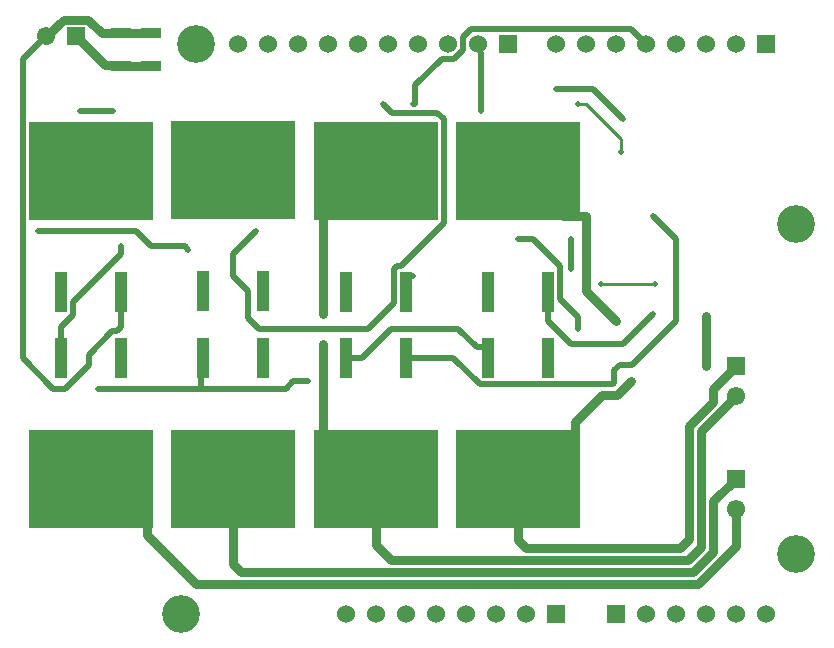
<source format=gbr>
%TF.GenerationSoftware,Altium Limited,Altium Designer,19.1.8 (144)*%
G04 Layer_Physical_Order=1*
G04 Layer_Color=255*
%FSLAX26Y26*%
%MOIN*%
%TF.FileFunction,Copper,L1,Top,Signal*%
%TF.Part,Single*%
G01*
G75*
%TA.AperFunction,SMDPad,CuDef*%
%ADD10R,0.066929X0.037402*%
%ADD11R,0.040000X0.137953*%
%ADD12R,0.412992X0.329921*%
%TA.AperFunction,Conductor*%
%ADD13C,0.020000*%
%ADD14C,0.030000*%
%ADD15C,0.010000*%
%ADD16C,0.050000*%
%TA.AperFunction,ComponentPad*%
%ADD17C,0.061024*%
%ADD18R,0.061024X0.061024*%
%ADD19R,0.061024X0.061024*%
%ADD20C,0.060000*%
%ADD21R,0.060000X0.060000*%
%TA.AperFunction,ViaPad*%
%ADD22C,0.125984*%
%ADD23C,0.020000*%
D10*
X450000Y2035236D02*
D03*
Y1925000D02*
D03*
X350000Y2035236D02*
D03*
Y1925000D02*
D03*
D11*
X1775000Y953543D02*
D03*
X1575000D02*
D03*
Y1171457D02*
D03*
X1775000D02*
D03*
X1300000Y953543D02*
D03*
X1100000D02*
D03*
Y1171457D02*
D03*
X1300000D02*
D03*
X825000Y953543D02*
D03*
X625000D02*
D03*
Y1175000D02*
D03*
X825000D02*
D03*
X350000Y953543D02*
D03*
X150000D02*
D03*
Y1171457D02*
D03*
X350000D02*
D03*
D12*
X1675000Y550000D02*
D03*
Y1575000D02*
D03*
X1200000Y550000D02*
D03*
Y1575000D02*
D03*
X725000Y550000D02*
D03*
Y1578543D02*
D03*
X250000Y550000D02*
D03*
Y1575000D02*
D03*
D13*
X1100000Y953543D02*
X1153543D01*
X618570Y850000D02*
X900000D01*
X925000Y875000D01*
X618570Y850000D02*
Y947114D01*
X375000Y850000D02*
X618570D01*
X925000Y875000D02*
X975000D01*
X325000Y850000D02*
X375000D01*
X275000D02*
X325000D01*
X618570Y947114D02*
X625000Y953543D01*
X150000Y1000000D02*
Y1054196D01*
X1475000Y1050000D02*
X1536716Y988284D01*
X1250000Y1050000D02*
X1475000D01*
X1153543Y953543D02*
X1250000Y1050000D01*
X1536716Y988284D02*
X1565000D01*
X1575000Y978284D01*
Y953543D02*
Y978284D01*
X2025000Y1000000D02*
X2125000Y1100000D01*
X1850000Y1000000D02*
X2025000D01*
X1775000Y1075000D02*
X1850000Y1000000D01*
X1775000Y1075000D02*
Y1150000D01*
X2200000Y1075000D02*
Y1350000D01*
X2055000Y930000D02*
X2200000Y1075000D01*
X2125000Y1425000D02*
X2200000Y1350000D01*
X1260000Y1135000D02*
Y1248717D01*
X1175000Y1050000D02*
X1260000Y1135000D01*
X811716Y1050000D02*
X1175000D01*
X775000Y1086716D02*
X811716Y1050000D01*
X563284Y1325000D02*
X575000Y1313284D01*
X450000Y1325000D02*
X563284D01*
X400000Y1375000D02*
X450000Y1325000D01*
X75000Y1375000D02*
X400000D01*
X23504Y1948504D02*
X100000Y2025000D01*
X23504Y951496D02*
Y1948504D01*
X338284Y1042520D02*
X350000Y1054236D01*
X321716Y1042520D02*
X338284D01*
X350000Y1054236D02*
Y1171457D01*
X242717Y963520D02*
X321716Y1042520D01*
X242717Y928999D02*
Y963520D01*
X163717Y850000D02*
X242717Y928999D01*
X125000Y850000D02*
X163717D01*
X23504Y951496D02*
X125000Y850000D01*
X1815000Y1150000D02*
Y1260000D01*
X1725000Y1350000D02*
X1815000Y1260000D01*
X1675000Y1350000D02*
X1725000D01*
X1875000Y1050000D02*
Y1090000D01*
X1815000Y1150000D02*
X1875000Y1090000D01*
X725000Y1300000D02*
X800000Y1375000D01*
X725000Y1225000D02*
Y1300000D01*
Y1225000D02*
X775000Y1175000D01*
Y1086716D02*
Y1175000D01*
X1260000Y1248717D02*
X1271716Y1260433D01*
X1285433D01*
X1426496Y1401496D01*
Y1748245D01*
X1404741Y1770000D02*
X1426496Y1748245D01*
X1255000Y1770000D02*
X1404741D01*
X1225000Y1800000D02*
X1255000Y1770000D01*
X1420276Y1950000D02*
X1460711D01*
X1332087Y1861811D02*
X1420276Y1950000D01*
X1490000Y2022145D02*
X1517855Y2050000D01*
X2050000D01*
X2100000Y2000000D01*
X1490000Y1979289D02*
Y2022145D01*
X1460711Y1950000D02*
X1490000Y1979289D01*
X1332087Y1800000D02*
Y1861811D01*
X1995000Y870000D02*
Y912426D01*
X1989567Y864567D02*
X1995000Y870000D01*
X2012574Y930000D02*
X2055000D01*
X1995000Y912426D02*
X2012574Y930000D01*
X1546716Y864567D02*
X1989567D01*
X1457739Y953543D02*
X1546716Y864567D01*
X1300000Y953543D02*
X1457739D01*
X1578543Y1171457D02*
X1581457D01*
X1575000D02*
X1578543D01*
X350000Y1300000D02*
Y1325000D01*
X190000Y1140000D02*
X350000Y1300000D01*
X190000Y1094196D02*
Y1140000D01*
X150000Y1054196D02*
X190000Y1094196D01*
X1550000Y1775000D02*
Y1968284D01*
X1547654Y1970631D02*
X1550000Y1968284D01*
X1547654Y1970631D02*
Y1992346D01*
X1540000Y2000000D02*
X1547654Y1992346D01*
X1850000Y1250000D02*
Y1350000D01*
X1925000Y1850000D02*
X2025000Y1750000D01*
X1800000Y1850000D02*
X1925000D01*
X1581457Y1171457D02*
X1585000Y1175000D01*
X324016Y1774016D02*
X325000Y1775000D01*
X212599Y1774016D02*
X324016D01*
D14*
X2300000Y925000D02*
Y1092913D01*
X1899961Y1425039D02*
X1900000Y1425000D01*
X1824961Y1425039D02*
X1899961D01*
X1675000Y1575000D02*
X1824961Y1425039D01*
X1900000Y1175000D02*
Y1425000D01*
Y1175000D02*
X2000000Y1075000D01*
X2004064Y829567D02*
X2049497Y875000D01*
X1954567Y829567D02*
X2004064D01*
X1862548Y737548D02*
X1954567Y829567D01*
X1862548Y699961D02*
Y737548D01*
X1712588Y550000D02*
X1862548Y699961D01*
X1675000Y550000D02*
X1712588D01*
X1025000Y1100000D02*
Y1175000D01*
X102109Y2022891D02*
X144488Y2065270D01*
X1025000Y1475000D02*
Y1525000D01*
Y1425000D02*
Y1475000D01*
Y1175000D02*
Y1425000D01*
Y700000D02*
Y1000000D01*
Y650000D02*
Y700000D01*
Y600000D02*
Y650000D01*
X2325000Y806568D02*
Y850000D01*
X2400000Y925000D01*
X2245000Y726568D02*
X2325000Y806568D01*
X2245000Y350000D02*
Y726568D01*
X2215000Y320000D02*
X2245000Y350000D01*
X1700000Y320000D02*
X2215000D01*
X1675000Y345000D02*
X1700000Y320000D01*
X1675000Y345000D02*
Y550000D01*
X2285000Y323137D02*
Y710000D01*
X2400000Y825000D01*
X2241863Y280000D02*
X2285000Y323137D01*
X1250000Y280000D02*
X2241863D01*
X1200000Y330000D02*
X1250000Y280000D01*
X1200000Y330000D02*
Y550000D01*
X2325000Y306568D02*
Y475000D01*
X2400000Y550000D01*
X2258432Y240000D02*
X2325000Y306568D01*
X750000Y240000D02*
X2258432D01*
X725000Y265000D02*
X750000Y240000D01*
X725000Y265000D02*
Y550000D01*
X2275000Y200000D02*
X2400000Y325000D01*
X600000Y200000D02*
X2275000D01*
X437548Y362452D02*
X600000Y200000D01*
X2400000Y325000D02*
Y450000D01*
X437548Y362452D02*
Y400039D01*
X287587Y550000D02*
X437548Y400039D01*
X250000Y550000D02*
X287587D01*
X159133Y2080512D02*
X240867D01*
X144488Y2065867D02*
X159133Y2080512D01*
X144488Y2065270D02*
Y2065867D01*
X240867Y2080512D02*
X286143Y2035236D01*
X350000D01*
X450000D01*
X297098Y1927902D02*
X347098D01*
X350000Y1925000D01*
X200000Y2025000D02*
X297098Y1927902D01*
X350000Y1925000D02*
X450000D01*
D15*
X2131971Y1198032D02*
X2132087Y1197916D01*
X1950000Y1198032D02*
X2131971D01*
X2017913Y1639583D02*
Y1682087D01*
X1875000Y1800000D02*
X1900000D01*
X2017913Y1682087D01*
D16*
X100000Y2025000D02*
X102109Y2022891D01*
D17*
X100000Y2025000D02*
D03*
X2400000Y825000D02*
D03*
Y450000D02*
D03*
D18*
X200000Y2025000D02*
D03*
D19*
X2400000Y925000D02*
D03*
Y550000D02*
D03*
D20*
X1600000Y100000D02*
D03*
X1700000D02*
D03*
X1100000D02*
D03*
X1200000D02*
D03*
X1300000D02*
D03*
X1400000D02*
D03*
X1500000D02*
D03*
X2300000Y2000000D02*
D03*
X2400000D02*
D03*
X1800000D02*
D03*
X1900000D02*
D03*
X2000000D02*
D03*
X2100000D02*
D03*
X2200000D02*
D03*
X740000D02*
D03*
X840000D02*
D03*
X940000D02*
D03*
X1040000D02*
D03*
X1140000D02*
D03*
X1240000D02*
D03*
X1340000D02*
D03*
X1440000D02*
D03*
X1540000D02*
D03*
X2500000Y100000D02*
D03*
X2400000D02*
D03*
X2300000D02*
D03*
X2200000D02*
D03*
X2100000D02*
D03*
D21*
X1800000D02*
D03*
X2500000Y2000000D02*
D03*
X1640000D02*
D03*
X2000000Y100000D02*
D03*
D22*
X600000Y2000000D02*
D03*
X550000Y100000D02*
D03*
X2600000Y1400000D02*
D03*
Y300000D02*
D03*
D23*
X975000Y875000D02*
D03*
X1100000Y900000D02*
D03*
Y950000D02*
D03*
Y1000000D02*
D03*
X925000Y875000D02*
D03*
X375000Y850000D02*
D03*
X325000D02*
D03*
X275000D02*
D03*
X150000Y1000000D02*
D03*
Y900000D02*
D03*
Y950000D02*
D03*
X2125000Y1100000D02*
D03*
X2300000Y1092913D02*
D03*
Y925000D02*
D03*
X2000000Y1075000D02*
D03*
X2049497Y875000D02*
D03*
X1025000Y1100000D02*
D03*
Y1175000D02*
D03*
Y1000000D02*
D03*
Y1525000D02*
D03*
Y1475000D02*
D03*
Y1425000D02*
D03*
Y600000D02*
D03*
Y650000D02*
D03*
Y700000D02*
D03*
X550000Y575000D02*
D03*
Y625000D02*
D03*
Y675000D02*
D03*
Y1650000D02*
D03*
X425000Y600000D02*
D03*
Y650000D02*
D03*
Y700000D02*
D03*
Y1425000D02*
D03*
Y1475000D02*
D03*
Y1525000D02*
D03*
X1325000Y1225000D02*
D03*
X575000Y1313284D02*
D03*
X75000Y1375000D02*
D03*
X1675000Y1350000D02*
D03*
X1875000Y1050000D02*
D03*
X1775000Y1150000D02*
D03*
Y1200000D02*
D03*
X800000Y1375000D02*
D03*
X1225000Y1800000D02*
D03*
X1325000D02*
D03*
X2125000Y1425000D02*
D03*
X350000Y1325000D02*
D03*
X1550000Y1775000D02*
D03*
X1850000Y1350000D02*
D03*
Y1250000D02*
D03*
X1775000Y925000D02*
D03*
Y975000D02*
D03*
X825000Y900000D02*
D03*
Y975000D02*
D03*
X2025000Y1750000D02*
D03*
X1800000Y1850000D02*
D03*
X350000Y953543D02*
D03*
Y1000000D02*
D03*
X825000Y1175000D02*
D03*
X625000D02*
D03*
X2132087Y1197916D02*
D03*
X1950000Y1198032D02*
D03*
X1578543Y1171457D02*
D03*
X1100000Y1200000D02*
D03*
X212599Y1774016D02*
D03*
X325000Y1775000D02*
D03*
X1875000Y1800000D02*
D03*
X2017913Y1639583D02*
D03*
X150000Y1225000D02*
D03*
%TF.MD5,a1a385ae7a3aa09778d70120c265d09f*%
M02*

</source>
